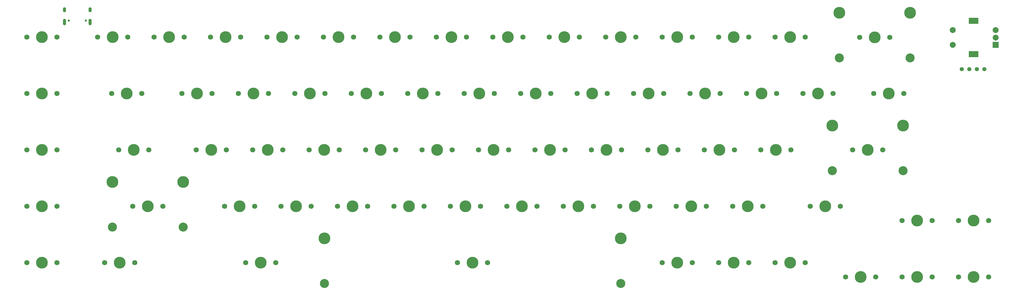
<source format=gbr>
%TF.GenerationSoftware,KiCad,Pcbnew,(5.1.9)-1*%
%TF.CreationDate,2021-07-17T19:30:38-07:00*%
%TF.ProjectId,unsplit-keyboard,756e7370-6c69-4742-9d6b-6579626f6172,rev?*%
%TF.SameCoordinates,Original*%
%TF.FileFunction,Soldermask,Top*%
%TF.FilePolarity,Negative*%
%FSLAX46Y46*%
G04 Gerber Fmt 4.6, Leading zero omitted, Abs format (unit mm)*
G04 Created by KiCad (PCBNEW (5.1.9)-1) date 2021-07-17 19:30:38*
%MOMM*%
%LPD*%
G01*
G04 APERTURE LIST*
%ADD10C,0.750000*%
%ADD11O,1.100000X2.200000*%
%ADD12O,1.100000X1.700000*%
%ADD13C,1.750000*%
%ADD14C,3.987800*%
%ADD15C,3.048000*%
%ADD16C,2.000000*%
%ADD17R,3.200000X2.000000*%
%ADD18R,2.000000X2.000000*%
%ADD19C,1.397000*%
G04 APERTURE END LIST*
D10*
%TO.C,USB1*%
X40196250Y-19743750D03*
X34416250Y-19743750D03*
D11*
X32986250Y-20273750D03*
X41626250Y-20273750D03*
D12*
X32986250Y-16093750D03*
X41626250Y-16093750D03*
%TD*%
D13*
%TO.C,MX30*%
X306011580Y-44450000D03*
X316171580Y-44450000D03*
D14*
X311091580Y-44450000D03*
%TD*%
%TO.C,MX44*%
X304006250Y-63500000D03*
D13*
X309086250Y-63500000D03*
X298926250Y-63500000D03*
D15*
X315944250Y-70485000D03*
X292068250Y-70485000D03*
D14*
X315944250Y-55245000D03*
X292068250Y-55245000D03*
%TD*%
D16*
%TO.C,ENC1*%
X332718000Y-22990800D03*
X332718000Y-27990800D03*
D17*
X339718000Y-19890800D03*
X339718000Y-31090800D03*
D16*
X347218000Y-22990800D03*
X347218000Y-25490800D03*
D18*
X347218000Y-27990800D03*
%TD*%
D14*
%TO.C,MX2*%
X49212500Y-25400000D03*
D13*
X54292500Y-25400000D03*
X44132500Y-25400000D03*
%TD*%
D19*
%TO.C,OL1*%
X343408000Y-36195000D03*
X340868000Y-36195000D03*
X338328000Y-36195000D03*
X335788000Y-36195000D03*
%TD*%
D14*
%TO.C,MX69*%
X339725000Y-106362500D03*
D13*
X344805000Y-106362500D03*
X334645000Y-106362500D03*
%TD*%
D14*
%TO.C,MX68*%
X320675000Y-106362500D03*
D13*
X325755000Y-106362500D03*
X315595000Y-106362500D03*
%TD*%
D14*
%TO.C,MX67*%
X301625000Y-106362500D03*
D13*
X306705000Y-106362500D03*
X296545000Y-106362500D03*
%TD*%
D14*
%TO.C,MX66*%
X277812500Y-101600000D03*
D13*
X282892500Y-101600000D03*
X272732500Y-101600000D03*
%TD*%
D14*
%TO.C,MX65*%
X258762500Y-101600000D03*
D13*
X263842500Y-101600000D03*
X253682500Y-101600000D03*
%TD*%
D14*
%TO.C,MX64*%
X239712500Y-101600000D03*
D13*
X244792500Y-101600000D03*
X234632500Y-101600000D03*
%TD*%
D14*
%TO.C,MX63*%
X170688000Y-101600000D03*
D13*
X175768000Y-101600000D03*
X165608000Y-101600000D03*
D15*
X220687900Y-108585000D03*
X120688100Y-108585000D03*
D14*
X220687900Y-93345000D03*
X120688100Y-93345000D03*
%TD*%
%TO.C,MX62*%
X99218750Y-101600000D03*
D13*
X104298750Y-101600000D03*
X94138750Y-101600000D03*
%TD*%
D14*
%TO.C,MX61*%
X51593750Y-101600000D03*
D13*
X56673750Y-101600000D03*
X46513750Y-101600000D03*
%TD*%
D14*
%TO.C,MX60*%
X25400000Y-101600000D03*
D13*
X30480000Y-101600000D03*
X20320000Y-101600000D03*
%TD*%
D14*
%TO.C,MX59*%
X339725000Y-87312500D03*
D13*
X344805000Y-87312500D03*
X334645000Y-87312500D03*
%TD*%
D14*
%TO.C,MX58*%
X320675000Y-87312500D03*
D13*
X325755000Y-87312500D03*
X315595000Y-87312500D03*
%TD*%
D14*
%TO.C,MX57*%
X289718750Y-82550000D03*
D13*
X294798750Y-82550000D03*
X284638750Y-82550000D03*
%TD*%
D14*
%TO.C,MX56*%
X263525000Y-82550000D03*
D13*
X268605000Y-82550000D03*
X258445000Y-82550000D03*
%TD*%
D14*
%TO.C,MX55*%
X244475000Y-82550000D03*
D13*
X249555000Y-82550000D03*
X239395000Y-82550000D03*
%TD*%
D14*
%TO.C,MX54*%
X225425000Y-82550000D03*
D13*
X230505000Y-82550000D03*
X220345000Y-82550000D03*
%TD*%
D14*
%TO.C,MX53*%
X206375000Y-82550000D03*
D13*
X211455000Y-82550000D03*
X201295000Y-82550000D03*
%TD*%
D14*
%TO.C,MX52*%
X187325000Y-82550000D03*
D13*
X192405000Y-82550000D03*
X182245000Y-82550000D03*
%TD*%
D14*
%TO.C,MX51*%
X168275000Y-82550000D03*
D13*
X173355000Y-82550000D03*
X163195000Y-82550000D03*
%TD*%
D14*
%TO.C,MX50*%
X149225000Y-82550000D03*
D13*
X154305000Y-82550000D03*
X144145000Y-82550000D03*
%TD*%
D14*
%TO.C,MX49*%
X130175000Y-82550000D03*
D13*
X135255000Y-82550000D03*
X125095000Y-82550000D03*
%TD*%
D14*
%TO.C,MX48*%
X111125000Y-82550000D03*
D13*
X116205000Y-82550000D03*
X106045000Y-82550000D03*
%TD*%
D14*
%TO.C,MX47*%
X92075000Y-82550000D03*
D13*
X97155000Y-82550000D03*
X86995000Y-82550000D03*
%TD*%
D14*
%TO.C,MX46*%
X61118750Y-82550000D03*
D13*
X66198750Y-82550000D03*
X56038750Y-82550000D03*
D15*
X73056750Y-89535000D03*
X49180750Y-89535000D03*
D14*
X73056750Y-74295000D03*
X49180750Y-74295000D03*
%TD*%
%TO.C,MX45*%
X25400000Y-82550000D03*
D13*
X30480000Y-82550000D03*
X20320000Y-82550000D03*
%TD*%
D14*
%TO.C,MX43*%
X273050000Y-63500000D03*
D13*
X278130000Y-63500000D03*
X267970000Y-63500000D03*
%TD*%
D14*
%TO.C,MX42*%
X254000000Y-63500000D03*
D13*
X259080000Y-63500000D03*
X248920000Y-63500000D03*
%TD*%
D14*
%TO.C,MX41*%
X234950000Y-63500000D03*
D13*
X240030000Y-63500000D03*
X229870000Y-63500000D03*
%TD*%
D14*
%TO.C,MX40*%
X215900000Y-63500000D03*
D13*
X220980000Y-63500000D03*
X210820000Y-63500000D03*
%TD*%
D14*
%TO.C,MX39*%
X196850000Y-63500000D03*
D13*
X201930000Y-63500000D03*
X191770000Y-63500000D03*
%TD*%
D14*
%TO.C,MX38*%
X177800000Y-63500000D03*
D13*
X182880000Y-63500000D03*
X172720000Y-63500000D03*
%TD*%
D14*
%TO.C,MX37*%
X158750000Y-63500000D03*
D13*
X163830000Y-63500000D03*
X153670000Y-63500000D03*
%TD*%
D14*
%TO.C,MX36*%
X139700000Y-63500000D03*
D13*
X144780000Y-63500000D03*
X134620000Y-63500000D03*
%TD*%
D14*
%TO.C,MX35*%
X120650000Y-63500000D03*
D13*
X125730000Y-63500000D03*
X115570000Y-63500000D03*
%TD*%
D14*
%TO.C,MX34*%
X101600000Y-63500000D03*
D13*
X106680000Y-63500000D03*
X96520000Y-63500000D03*
%TD*%
D14*
%TO.C,MX33*%
X82550000Y-63500000D03*
D13*
X87630000Y-63500000D03*
X77470000Y-63500000D03*
%TD*%
D14*
%TO.C,MX32*%
X56356250Y-63500000D03*
D13*
X61436250Y-63500000D03*
X51276250Y-63500000D03*
%TD*%
D14*
%TO.C,MX31*%
X25400000Y-63500000D03*
D13*
X30480000Y-63500000D03*
X20320000Y-63500000D03*
%TD*%
D14*
%TO.C,MX29*%
X287274000Y-44450000D03*
D13*
X292354000Y-44450000D03*
X282194000Y-44450000D03*
%TD*%
D14*
%TO.C,MX28*%
X268224000Y-44450000D03*
D13*
X273304000Y-44450000D03*
X263144000Y-44450000D03*
%TD*%
D14*
%TO.C,MX27*%
X249174000Y-44450000D03*
D13*
X254254000Y-44450000D03*
X244094000Y-44450000D03*
%TD*%
D14*
%TO.C,MX26*%
X230124000Y-44450000D03*
D13*
X235204000Y-44450000D03*
X225044000Y-44450000D03*
%TD*%
D14*
%TO.C,MX25*%
X211074000Y-44450000D03*
D13*
X216154000Y-44450000D03*
X205994000Y-44450000D03*
%TD*%
D14*
%TO.C,MX24*%
X192024000Y-44450000D03*
D13*
X197104000Y-44450000D03*
X186944000Y-44450000D03*
%TD*%
D14*
%TO.C,MX23*%
X172974000Y-44450000D03*
D13*
X178054000Y-44450000D03*
X167894000Y-44450000D03*
%TD*%
D14*
%TO.C,MX22*%
X153924000Y-44450000D03*
D13*
X159004000Y-44450000D03*
X148844000Y-44450000D03*
%TD*%
D14*
%TO.C,MX21*%
X134874000Y-44450000D03*
D13*
X139954000Y-44450000D03*
X129794000Y-44450000D03*
%TD*%
D14*
%TO.C,MX20*%
X115824000Y-44450000D03*
D13*
X120904000Y-44450000D03*
X110744000Y-44450000D03*
%TD*%
D14*
%TO.C,MX19*%
X96774000Y-44450000D03*
D13*
X101854000Y-44450000D03*
X91694000Y-44450000D03*
%TD*%
D14*
%TO.C,MX18*%
X77724000Y-44450000D03*
D13*
X82804000Y-44450000D03*
X72644000Y-44450000D03*
%TD*%
D14*
%TO.C,MX17*%
X53975000Y-44450000D03*
D13*
X59055000Y-44450000D03*
X48895000Y-44450000D03*
%TD*%
D14*
%TO.C,MX16*%
X25405080Y-44450000D03*
D13*
X30485080Y-44450000D03*
X20325080Y-44450000D03*
%TD*%
D14*
%TO.C,MX15*%
X294452040Y-17152620D03*
X318328040Y-17152620D03*
D15*
X294452040Y-32392620D03*
X318328040Y-32392620D03*
D13*
X301310040Y-25407620D03*
X311470040Y-25407620D03*
D14*
X306390040Y-25407620D03*
%TD*%
%TO.C,MX14*%
X277812500Y-25400000D03*
D13*
X282892500Y-25400000D03*
X272732500Y-25400000D03*
%TD*%
D14*
%TO.C,MX13*%
X258762500Y-25400000D03*
D13*
X263842500Y-25400000D03*
X253682500Y-25400000D03*
%TD*%
D14*
%TO.C,MX12*%
X239712500Y-25400000D03*
D13*
X244792500Y-25400000D03*
X234632500Y-25400000D03*
%TD*%
D14*
%TO.C,MX11*%
X220662500Y-25400000D03*
D13*
X225742500Y-25400000D03*
X215582500Y-25400000D03*
%TD*%
D14*
%TO.C,MX10*%
X201612500Y-25400000D03*
D13*
X206692500Y-25400000D03*
X196532500Y-25400000D03*
%TD*%
D14*
%TO.C,MX9*%
X182562500Y-25400000D03*
D13*
X187642500Y-25400000D03*
X177482500Y-25400000D03*
%TD*%
D14*
%TO.C,MX8*%
X163512500Y-25400000D03*
D13*
X168592500Y-25400000D03*
X158432500Y-25400000D03*
%TD*%
D14*
%TO.C,MX7*%
X144462500Y-25400000D03*
D13*
X149542500Y-25400000D03*
X139382500Y-25400000D03*
%TD*%
D14*
%TO.C,MX6*%
X125412500Y-25400000D03*
D13*
X130492500Y-25400000D03*
X120332500Y-25400000D03*
%TD*%
D14*
%TO.C,MX5*%
X106362500Y-25400000D03*
D13*
X111442500Y-25400000D03*
X101282500Y-25400000D03*
%TD*%
D14*
%TO.C,MX4*%
X87312500Y-25400000D03*
D13*
X92392500Y-25400000D03*
X82232500Y-25400000D03*
%TD*%
D14*
%TO.C,MX3*%
X68262500Y-25400000D03*
D13*
X73342500Y-25400000D03*
X63182500Y-25400000D03*
%TD*%
D14*
%TO.C,MX1*%
X25400000Y-25400000D03*
D13*
X30480000Y-25400000D03*
X20320000Y-25400000D03*
%TD*%
M02*

</source>
